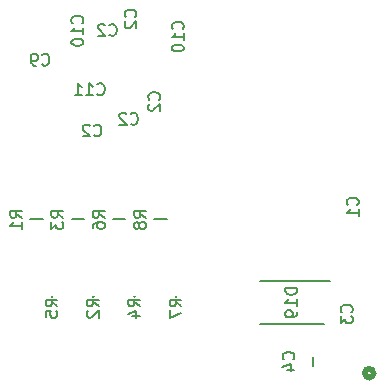
<source format=gbr>
%TF.GenerationSoftware,KiCad,Pcbnew,9.0.6*%
%TF.CreationDate,2025-12-07T19:24:30-08:00*%
%TF.ProjectId,redstone_repeater,72656473-746f-46e6-955f-726570656174,rev?*%
%TF.SameCoordinates,Original*%
%TF.FileFunction,Legend,Bot*%
%TF.FilePolarity,Positive*%
%FSLAX46Y46*%
G04 Gerber Fmt 4.6, Leading zero omitted, Abs format (unit mm)*
G04 Created by KiCad (PCBNEW 9.0.6) date 2025-12-07 19:24:30*
%MOMM*%
%LPD*%
G01*
G04 APERTURE LIST*
%ADD10C,0.150000*%
%ADD11C,0.508000*%
%ADD12C,0.200000*%
G04 APERTURE END LIST*
D10*
X174454819Y-58333333D02*
X173978628Y-58000000D01*
X174454819Y-57761905D02*
X173454819Y-57761905D01*
X173454819Y-57761905D02*
X173454819Y-58142857D01*
X173454819Y-58142857D02*
X173502438Y-58238095D01*
X173502438Y-58238095D02*
X173550057Y-58285714D01*
X173550057Y-58285714D02*
X173645295Y-58333333D01*
X173645295Y-58333333D02*
X173788152Y-58333333D01*
X173788152Y-58333333D02*
X173883390Y-58285714D01*
X173883390Y-58285714D02*
X173931009Y-58238095D01*
X173931009Y-58238095D02*
X173978628Y-58142857D01*
X173978628Y-58142857D02*
X173978628Y-57761905D01*
X173454819Y-59190476D02*
X173454819Y-59000000D01*
X173454819Y-59000000D02*
X173502438Y-58904762D01*
X173502438Y-58904762D02*
X173550057Y-58857143D01*
X173550057Y-58857143D02*
X173692914Y-58761905D01*
X173692914Y-58761905D02*
X173883390Y-58714286D01*
X173883390Y-58714286D02*
X174264342Y-58714286D01*
X174264342Y-58714286D02*
X174359580Y-58761905D01*
X174359580Y-58761905D02*
X174407200Y-58809524D01*
X174407200Y-58809524D02*
X174454819Y-58904762D01*
X174454819Y-58904762D02*
X174454819Y-59095238D01*
X174454819Y-59095238D02*
X174407200Y-59190476D01*
X174407200Y-59190476D02*
X174359580Y-59238095D01*
X174359580Y-59238095D02*
X174264342Y-59285714D01*
X174264342Y-59285714D02*
X174026247Y-59285714D01*
X174026247Y-59285714D02*
X173931009Y-59238095D01*
X173931009Y-59238095D02*
X173883390Y-59190476D01*
X173883390Y-59190476D02*
X173835771Y-59095238D01*
X173835771Y-59095238D02*
X173835771Y-58904762D01*
X173835771Y-58904762D02*
X173883390Y-58809524D01*
X173883390Y-58809524D02*
X173931009Y-58761905D01*
X173931009Y-58761905D02*
X174026247Y-58714286D01*
X173566666Y-51359580D02*
X173614285Y-51407200D01*
X173614285Y-51407200D02*
X173757142Y-51454819D01*
X173757142Y-51454819D02*
X173852380Y-51454819D01*
X173852380Y-51454819D02*
X173995237Y-51407200D01*
X173995237Y-51407200D02*
X174090475Y-51311961D01*
X174090475Y-51311961D02*
X174138094Y-51216723D01*
X174138094Y-51216723D02*
X174185713Y-51026247D01*
X174185713Y-51026247D02*
X174185713Y-50883390D01*
X174185713Y-50883390D02*
X174138094Y-50692914D01*
X174138094Y-50692914D02*
X174090475Y-50597676D01*
X174090475Y-50597676D02*
X173995237Y-50502438D01*
X173995237Y-50502438D02*
X173852380Y-50454819D01*
X173852380Y-50454819D02*
X173757142Y-50454819D01*
X173757142Y-50454819D02*
X173614285Y-50502438D01*
X173614285Y-50502438D02*
X173566666Y-50550057D01*
X173185713Y-50550057D02*
X173138094Y-50502438D01*
X173138094Y-50502438D02*
X173042856Y-50454819D01*
X173042856Y-50454819D02*
X172804761Y-50454819D01*
X172804761Y-50454819D02*
X172709523Y-50502438D01*
X172709523Y-50502438D02*
X172661904Y-50550057D01*
X172661904Y-50550057D02*
X172614285Y-50645295D01*
X172614285Y-50645295D02*
X172614285Y-50740533D01*
X172614285Y-50740533D02*
X172661904Y-50883390D01*
X172661904Y-50883390D02*
X173233332Y-51454819D01*
X173233332Y-51454819D02*
X172614285Y-51454819D01*
X174866666Y-42859580D02*
X174914285Y-42907200D01*
X174914285Y-42907200D02*
X175057142Y-42954819D01*
X175057142Y-42954819D02*
X175152380Y-42954819D01*
X175152380Y-42954819D02*
X175295237Y-42907200D01*
X175295237Y-42907200D02*
X175390475Y-42811961D01*
X175390475Y-42811961D02*
X175438094Y-42716723D01*
X175438094Y-42716723D02*
X175485713Y-42526247D01*
X175485713Y-42526247D02*
X175485713Y-42383390D01*
X175485713Y-42383390D02*
X175438094Y-42192914D01*
X175438094Y-42192914D02*
X175390475Y-42097676D01*
X175390475Y-42097676D02*
X175295237Y-42002438D01*
X175295237Y-42002438D02*
X175152380Y-41954819D01*
X175152380Y-41954819D02*
X175057142Y-41954819D01*
X175057142Y-41954819D02*
X174914285Y-42002438D01*
X174914285Y-42002438D02*
X174866666Y-42050057D01*
X174485713Y-42050057D02*
X174438094Y-42002438D01*
X174438094Y-42002438D02*
X174342856Y-41954819D01*
X174342856Y-41954819D02*
X174104761Y-41954819D01*
X174104761Y-41954819D02*
X174009523Y-42002438D01*
X174009523Y-42002438D02*
X173961904Y-42050057D01*
X173961904Y-42050057D02*
X173914285Y-42145295D01*
X173914285Y-42145295D02*
X173914285Y-42240533D01*
X173914285Y-42240533D02*
X173961904Y-42383390D01*
X173961904Y-42383390D02*
X174533332Y-42954819D01*
X174533332Y-42954819D02*
X173914285Y-42954819D01*
X195859580Y-57247196D02*
X195907200Y-57199577D01*
X195907200Y-57199577D02*
X195954819Y-57056720D01*
X195954819Y-57056720D02*
X195954819Y-56961482D01*
X195954819Y-56961482D02*
X195907200Y-56818625D01*
X195907200Y-56818625D02*
X195811961Y-56723387D01*
X195811961Y-56723387D02*
X195716723Y-56675768D01*
X195716723Y-56675768D02*
X195526247Y-56628149D01*
X195526247Y-56628149D02*
X195383390Y-56628149D01*
X195383390Y-56628149D02*
X195192914Y-56675768D01*
X195192914Y-56675768D02*
X195097676Y-56723387D01*
X195097676Y-56723387D02*
X195002438Y-56818625D01*
X195002438Y-56818625D02*
X194954819Y-56961482D01*
X194954819Y-56961482D02*
X194954819Y-57056720D01*
X194954819Y-57056720D02*
X195002438Y-57199577D01*
X195002438Y-57199577D02*
X195050057Y-57247196D01*
X195954819Y-58199577D02*
X195954819Y-57628149D01*
X195954819Y-57913863D02*
X194954819Y-57913863D01*
X194954819Y-57913863D02*
X195097676Y-57818625D01*
X195097676Y-57818625D02*
X195192914Y-57723387D01*
X195192914Y-57723387D02*
X195240533Y-57628149D01*
X179059580Y-48333333D02*
X179107200Y-48285714D01*
X179107200Y-48285714D02*
X179154819Y-48142857D01*
X179154819Y-48142857D02*
X179154819Y-48047619D01*
X179154819Y-48047619D02*
X179107200Y-47904762D01*
X179107200Y-47904762D02*
X179011961Y-47809524D01*
X179011961Y-47809524D02*
X178916723Y-47761905D01*
X178916723Y-47761905D02*
X178726247Y-47714286D01*
X178726247Y-47714286D02*
X178583390Y-47714286D01*
X178583390Y-47714286D02*
X178392914Y-47761905D01*
X178392914Y-47761905D02*
X178297676Y-47809524D01*
X178297676Y-47809524D02*
X178202438Y-47904762D01*
X178202438Y-47904762D02*
X178154819Y-48047619D01*
X178154819Y-48047619D02*
X178154819Y-48142857D01*
X178154819Y-48142857D02*
X178202438Y-48285714D01*
X178202438Y-48285714D02*
X178250057Y-48333333D01*
X178250057Y-48714286D02*
X178202438Y-48761905D01*
X178202438Y-48761905D02*
X178154819Y-48857143D01*
X178154819Y-48857143D02*
X178154819Y-49095238D01*
X178154819Y-49095238D02*
X178202438Y-49190476D01*
X178202438Y-49190476D02*
X178250057Y-49238095D01*
X178250057Y-49238095D02*
X178345295Y-49285714D01*
X178345295Y-49285714D02*
X178440533Y-49285714D01*
X178440533Y-49285714D02*
X178583390Y-49238095D01*
X178583390Y-49238095D02*
X179154819Y-48666667D01*
X179154819Y-48666667D02*
X179154819Y-49285714D01*
X169166666Y-45359580D02*
X169214285Y-45407200D01*
X169214285Y-45407200D02*
X169357142Y-45454819D01*
X169357142Y-45454819D02*
X169452380Y-45454819D01*
X169452380Y-45454819D02*
X169595237Y-45407200D01*
X169595237Y-45407200D02*
X169690475Y-45311961D01*
X169690475Y-45311961D02*
X169738094Y-45216723D01*
X169738094Y-45216723D02*
X169785713Y-45026247D01*
X169785713Y-45026247D02*
X169785713Y-44883390D01*
X169785713Y-44883390D02*
X169738094Y-44692914D01*
X169738094Y-44692914D02*
X169690475Y-44597676D01*
X169690475Y-44597676D02*
X169595237Y-44502438D01*
X169595237Y-44502438D02*
X169452380Y-44454819D01*
X169452380Y-44454819D02*
X169357142Y-44454819D01*
X169357142Y-44454819D02*
X169214285Y-44502438D01*
X169214285Y-44502438D02*
X169166666Y-44550057D01*
X168690475Y-45454819D02*
X168499999Y-45454819D01*
X168499999Y-45454819D02*
X168404761Y-45407200D01*
X168404761Y-45407200D02*
X168357142Y-45359580D01*
X168357142Y-45359580D02*
X168261904Y-45216723D01*
X168261904Y-45216723D02*
X168214285Y-45026247D01*
X168214285Y-45026247D02*
X168214285Y-44645295D01*
X168214285Y-44645295D02*
X168261904Y-44550057D01*
X168261904Y-44550057D02*
X168309523Y-44502438D01*
X168309523Y-44502438D02*
X168404761Y-44454819D01*
X168404761Y-44454819D02*
X168595237Y-44454819D01*
X168595237Y-44454819D02*
X168690475Y-44502438D01*
X168690475Y-44502438D02*
X168738094Y-44550057D01*
X168738094Y-44550057D02*
X168785713Y-44645295D01*
X168785713Y-44645295D02*
X168785713Y-44883390D01*
X168785713Y-44883390D02*
X168738094Y-44978628D01*
X168738094Y-44978628D02*
X168690475Y-45026247D01*
X168690475Y-45026247D02*
X168595237Y-45073866D01*
X168595237Y-45073866D02*
X168404761Y-45073866D01*
X168404761Y-45073866D02*
X168309523Y-45026247D01*
X168309523Y-45026247D02*
X168261904Y-44978628D01*
X168261904Y-44978628D02*
X168214285Y-44883390D01*
X167454819Y-58333333D02*
X166978628Y-58000000D01*
X167454819Y-57761905D02*
X166454819Y-57761905D01*
X166454819Y-57761905D02*
X166454819Y-58142857D01*
X166454819Y-58142857D02*
X166502438Y-58238095D01*
X166502438Y-58238095D02*
X166550057Y-58285714D01*
X166550057Y-58285714D02*
X166645295Y-58333333D01*
X166645295Y-58333333D02*
X166788152Y-58333333D01*
X166788152Y-58333333D02*
X166883390Y-58285714D01*
X166883390Y-58285714D02*
X166931009Y-58238095D01*
X166931009Y-58238095D02*
X166978628Y-58142857D01*
X166978628Y-58142857D02*
X166978628Y-57761905D01*
X167454819Y-59285714D02*
X167454819Y-58714286D01*
X167454819Y-59000000D02*
X166454819Y-59000000D01*
X166454819Y-59000000D02*
X166597676Y-58904762D01*
X166597676Y-58904762D02*
X166692914Y-58809524D01*
X166692914Y-58809524D02*
X166740533Y-58714286D01*
X195359580Y-66333333D02*
X195407200Y-66285714D01*
X195407200Y-66285714D02*
X195454819Y-66142857D01*
X195454819Y-66142857D02*
X195454819Y-66047619D01*
X195454819Y-66047619D02*
X195407200Y-65904762D01*
X195407200Y-65904762D02*
X195311961Y-65809524D01*
X195311961Y-65809524D02*
X195216723Y-65761905D01*
X195216723Y-65761905D02*
X195026247Y-65714286D01*
X195026247Y-65714286D02*
X194883390Y-65714286D01*
X194883390Y-65714286D02*
X194692914Y-65761905D01*
X194692914Y-65761905D02*
X194597676Y-65809524D01*
X194597676Y-65809524D02*
X194502438Y-65904762D01*
X194502438Y-65904762D02*
X194454819Y-66047619D01*
X194454819Y-66047619D02*
X194454819Y-66142857D01*
X194454819Y-66142857D02*
X194502438Y-66285714D01*
X194502438Y-66285714D02*
X194550057Y-66333333D01*
X194454819Y-66666667D02*
X194454819Y-67285714D01*
X194454819Y-67285714D02*
X194835771Y-66952381D01*
X194835771Y-66952381D02*
X194835771Y-67095238D01*
X194835771Y-67095238D02*
X194883390Y-67190476D01*
X194883390Y-67190476D02*
X194931009Y-67238095D01*
X194931009Y-67238095D02*
X195026247Y-67285714D01*
X195026247Y-67285714D02*
X195264342Y-67285714D01*
X195264342Y-67285714D02*
X195359580Y-67238095D01*
X195359580Y-67238095D02*
X195407200Y-67190476D01*
X195407200Y-67190476D02*
X195454819Y-67095238D01*
X195454819Y-67095238D02*
X195454819Y-66809524D01*
X195454819Y-66809524D02*
X195407200Y-66714286D01*
X195407200Y-66714286D02*
X195359580Y-66666667D01*
X177454819Y-65833333D02*
X176978628Y-65500000D01*
X177454819Y-65261905D02*
X176454819Y-65261905D01*
X176454819Y-65261905D02*
X176454819Y-65642857D01*
X176454819Y-65642857D02*
X176502438Y-65738095D01*
X176502438Y-65738095D02*
X176550057Y-65785714D01*
X176550057Y-65785714D02*
X176645295Y-65833333D01*
X176645295Y-65833333D02*
X176788152Y-65833333D01*
X176788152Y-65833333D02*
X176883390Y-65785714D01*
X176883390Y-65785714D02*
X176931009Y-65738095D01*
X176931009Y-65738095D02*
X176978628Y-65642857D01*
X176978628Y-65642857D02*
X176978628Y-65261905D01*
X176788152Y-66690476D02*
X177454819Y-66690476D01*
X176407200Y-66452381D02*
X177121485Y-66214286D01*
X177121485Y-66214286D02*
X177121485Y-66833333D01*
X190754819Y-64285714D02*
X189754819Y-64285714D01*
X189754819Y-64285714D02*
X189754819Y-64523809D01*
X189754819Y-64523809D02*
X189802438Y-64666666D01*
X189802438Y-64666666D02*
X189897676Y-64761904D01*
X189897676Y-64761904D02*
X189992914Y-64809523D01*
X189992914Y-64809523D02*
X190183390Y-64857142D01*
X190183390Y-64857142D02*
X190326247Y-64857142D01*
X190326247Y-64857142D02*
X190516723Y-64809523D01*
X190516723Y-64809523D02*
X190611961Y-64761904D01*
X190611961Y-64761904D02*
X190707200Y-64666666D01*
X190707200Y-64666666D02*
X190754819Y-64523809D01*
X190754819Y-64523809D02*
X190754819Y-64285714D01*
X190754819Y-65809523D02*
X190754819Y-65238095D01*
X190754819Y-65523809D02*
X189754819Y-65523809D01*
X189754819Y-65523809D02*
X189897676Y-65428571D01*
X189897676Y-65428571D02*
X189992914Y-65333333D01*
X189992914Y-65333333D02*
X190040533Y-65238095D01*
X190754819Y-66285714D02*
X190754819Y-66476190D01*
X190754819Y-66476190D02*
X190707200Y-66571428D01*
X190707200Y-66571428D02*
X190659580Y-66619047D01*
X190659580Y-66619047D02*
X190516723Y-66714285D01*
X190516723Y-66714285D02*
X190326247Y-66761904D01*
X190326247Y-66761904D02*
X189945295Y-66761904D01*
X189945295Y-66761904D02*
X189850057Y-66714285D01*
X189850057Y-66714285D02*
X189802438Y-66666666D01*
X189802438Y-66666666D02*
X189754819Y-66571428D01*
X189754819Y-66571428D02*
X189754819Y-66380952D01*
X189754819Y-66380952D02*
X189802438Y-66285714D01*
X189802438Y-66285714D02*
X189850057Y-66238095D01*
X189850057Y-66238095D02*
X189945295Y-66190476D01*
X189945295Y-66190476D02*
X190183390Y-66190476D01*
X190183390Y-66190476D02*
X190278628Y-66238095D01*
X190278628Y-66238095D02*
X190326247Y-66285714D01*
X190326247Y-66285714D02*
X190373866Y-66380952D01*
X190373866Y-66380952D02*
X190373866Y-66571428D01*
X190373866Y-66571428D02*
X190326247Y-66666666D01*
X190326247Y-66666666D02*
X190278628Y-66714285D01*
X190278628Y-66714285D02*
X190183390Y-66761904D01*
X176666666Y-50359580D02*
X176714285Y-50407200D01*
X176714285Y-50407200D02*
X176857142Y-50454819D01*
X176857142Y-50454819D02*
X176952380Y-50454819D01*
X176952380Y-50454819D02*
X177095237Y-50407200D01*
X177095237Y-50407200D02*
X177190475Y-50311961D01*
X177190475Y-50311961D02*
X177238094Y-50216723D01*
X177238094Y-50216723D02*
X177285713Y-50026247D01*
X177285713Y-50026247D02*
X177285713Y-49883390D01*
X177285713Y-49883390D02*
X177238094Y-49692914D01*
X177238094Y-49692914D02*
X177190475Y-49597676D01*
X177190475Y-49597676D02*
X177095237Y-49502438D01*
X177095237Y-49502438D02*
X176952380Y-49454819D01*
X176952380Y-49454819D02*
X176857142Y-49454819D01*
X176857142Y-49454819D02*
X176714285Y-49502438D01*
X176714285Y-49502438D02*
X176666666Y-49550057D01*
X176285713Y-49550057D02*
X176238094Y-49502438D01*
X176238094Y-49502438D02*
X176142856Y-49454819D01*
X176142856Y-49454819D02*
X175904761Y-49454819D01*
X175904761Y-49454819D02*
X175809523Y-49502438D01*
X175809523Y-49502438D02*
X175761904Y-49550057D01*
X175761904Y-49550057D02*
X175714285Y-49645295D01*
X175714285Y-49645295D02*
X175714285Y-49740533D01*
X175714285Y-49740533D02*
X175761904Y-49883390D01*
X175761904Y-49883390D02*
X176333332Y-50454819D01*
X176333332Y-50454819D02*
X175714285Y-50454819D01*
X172559580Y-41857142D02*
X172607200Y-41809523D01*
X172607200Y-41809523D02*
X172654819Y-41666666D01*
X172654819Y-41666666D02*
X172654819Y-41571428D01*
X172654819Y-41571428D02*
X172607200Y-41428571D01*
X172607200Y-41428571D02*
X172511961Y-41333333D01*
X172511961Y-41333333D02*
X172416723Y-41285714D01*
X172416723Y-41285714D02*
X172226247Y-41238095D01*
X172226247Y-41238095D02*
X172083390Y-41238095D01*
X172083390Y-41238095D02*
X171892914Y-41285714D01*
X171892914Y-41285714D02*
X171797676Y-41333333D01*
X171797676Y-41333333D02*
X171702438Y-41428571D01*
X171702438Y-41428571D02*
X171654819Y-41571428D01*
X171654819Y-41571428D02*
X171654819Y-41666666D01*
X171654819Y-41666666D02*
X171702438Y-41809523D01*
X171702438Y-41809523D02*
X171750057Y-41857142D01*
X172654819Y-42809523D02*
X172654819Y-42238095D01*
X172654819Y-42523809D02*
X171654819Y-42523809D01*
X171654819Y-42523809D02*
X171797676Y-42428571D01*
X171797676Y-42428571D02*
X171892914Y-42333333D01*
X171892914Y-42333333D02*
X171940533Y-42238095D01*
X171654819Y-43428571D02*
X171654819Y-43523809D01*
X171654819Y-43523809D02*
X171702438Y-43619047D01*
X171702438Y-43619047D02*
X171750057Y-43666666D01*
X171750057Y-43666666D02*
X171845295Y-43714285D01*
X171845295Y-43714285D02*
X172035771Y-43761904D01*
X172035771Y-43761904D02*
X172273866Y-43761904D01*
X172273866Y-43761904D02*
X172464342Y-43714285D01*
X172464342Y-43714285D02*
X172559580Y-43666666D01*
X172559580Y-43666666D02*
X172607200Y-43619047D01*
X172607200Y-43619047D02*
X172654819Y-43523809D01*
X172654819Y-43523809D02*
X172654819Y-43428571D01*
X172654819Y-43428571D02*
X172607200Y-43333333D01*
X172607200Y-43333333D02*
X172559580Y-43285714D01*
X172559580Y-43285714D02*
X172464342Y-43238095D01*
X172464342Y-43238095D02*
X172273866Y-43190476D01*
X172273866Y-43190476D02*
X172035771Y-43190476D01*
X172035771Y-43190476D02*
X171845295Y-43238095D01*
X171845295Y-43238095D02*
X171750057Y-43285714D01*
X171750057Y-43285714D02*
X171702438Y-43333333D01*
X171702438Y-43333333D02*
X171654819Y-43428571D01*
X180954819Y-65833333D02*
X180478628Y-65500000D01*
X180954819Y-65261905D02*
X179954819Y-65261905D01*
X179954819Y-65261905D02*
X179954819Y-65642857D01*
X179954819Y-65642857D02*
X180002438Y-65738095D01*
X180002438Y-65738095D02*
X180050057Y-65785714D01*
X180050057Y-65785714D02*
X180145295Y-65833333D01*
X180145295Y-65833333D02*
X180288152Y-65833333D01*
X180288152Y-65833333D02*
X180383390Y-65785714D01*
X180383390Y-65785714D02*
X180431009Y-65738095D01*
X180431009Y-65738095D02*
X180478628Y-65642857D01*
X180478628Y-65642857D02*
X180478628Y-65261905D01*
X179954819Y-66166667D02*
X179954819Y-66833333D01*
X179954819Y-66833333D02*
X180954819Y-66404762D01*
X181059580Y-42357142D02*
X181107200Y-42309523D01*
X181107200Y-42309523D02*
X181154819Y-42166666D01*
X181154819Y-42166666D02*
X181154819Y-42071428D01*
X181154819Y-42071428D02*
X181107200Y-41928571D01*
X181107200Y-41928571D02*
X181011961Y-41833333D01*
X181011961Y-41833333D02*
X180916723Y-41785714D01*
X180916723Y-41785714D02*
X180726247Y-41738095D01*
X180726247Y-41738095D02*
X180583390Y-41738095D01*
X180583390Y-41738095D02*
X180392914Y-41785714D01*
X180392914Y-41785714D02*
X180297676Y-41833333D01*
X180297676Y-41833333D02*
X180202438Y-41928571D01*
X180202438Y-41928571D02*
X180154819Y-42071428D01*
X180154819Y-42071428D02*
X180154819Y-42166666D01*
X180154819Y-42166666D02*
X180202438Y-42309523D01*
X180202438Y-42309523D02*
X180250057Y-42357142D01*
X181154819Y-43309523D02*
X181154819Y-42738095D01*
X181154819Y-43023809D02*
X180154819Y-43023809D01*
X180154819Y-43023809D02*
X180297676Y-42928571D01*
X180297676Y-42928571D02*
X180392914Y-42833333D01*
X180392914Y-42833333D02*
X180440533Y-42738095D01*
X180154819Y-43928571D02*
X180154819Y-44023809D01*
X180154819Y-44023809D02*
X180202438Y-44119047D01*
X180202438Y-44119047D02*
X180250057Y-44166666D01*
X180250057Y-44166666D02*
X180345295Y-44214285D01*
X180345295Y-44214285D02*
X180535771Y-44261904D01*
X180535771Y-44261904D02*
X180773866Y-44261904D01*
X180773866Y-44261904D02*
X180964342Y-44214285D01*
X180964342Y-44214285D02*
X181059580Y-44166666D01*
X181059580Y-44166666D02*
X181107200Y-44119047D01*
X181107200Y-44119047D02*
X181154819Y-44023809D01*
X181154819Y-44023809D02*
X181154819Y-43928571D01*
X181154819Y-43928571D02*
X181107200Y-43833333D01*
X181107200Y-43833333D02*
X181059580Y-43785714D01*
X181059580Y-43785714D02*
X180964342Y-43738095D01*
X180964342Y-43738095D02*
X180773866Y-43690476D01*
X180773866Y-43690476D02*
X180535771Y-43690476D01*
X180535771Y-43690476D02*
X180345295Y-43738095D01*
X180345295Y-43738095D02*
X180250057Y-43785714D01*
X180250057Y-43785714D02*
X180202438Y-43833333D01*
X180202438Y-43833333D02*
X180154819Y-43928571D01*
X177059580Y-41333333D02*
X177107200Y-41285714D01*
X177107200Y-41285714D02*
X177154819Y-41142857D01*
X177154819Y-41142857D02*
X177154819Y-41047619D01*
X177154819Y-41047619D02*
X177107200Y-40904762D01*
X177107200Y-40904762D02*
X177011961Y-40809524D01*
X177011961Y-40809524D02*
X176916723Y-40761905D01*
X176916723Y-40761905D02*
X176726247Y-40714286D01*
X176726247Y-40714286D02*
X176583390Y-40714286D01*
X176583390Y-40714286D02*
X176392914Y-40761905D01*
X176392914Y-40761905D02*
X176297676Y-40809524D01*
X176297676Y-40809524D02*
X176202438Y-40904762D01*
X176202438Y-40904762D02*
X176154819Y-41047619D01*
X176154819Y-41047619D02*
X176154819Y-41142857D01*
X176154819Y-41142857D02*
X176202438Y-41285714D01*
X176202438Y-41285714D02*
X176250057Y-41333333D01*
X176250057Y-41714286D02*
X176202438Y-41761905D01*
X176202438Y-41761905D02*
X176154819Y-41857143D01*
X176154819Y-41857143D02*
X176154819Y-42095238D01*
X176154819Y-42095238D02*
X176202438Y-42190476D01*
X176202438Y-42190476D02*
X176250057Y-42238095D01*
X176250057Y-42238095D02*
X176345295Y-42285714D01*
X176345295Y-42285714D02*
X176440533Y-42285714D01*
X176440533Y-42285714D02*
X176583390Y-42238095D01*
X176583390Y-42238095D02*
X177154819Y-41666667D01*
X177154819Y-41666667D02*
X177154819Y-42285714D01*
X177954819Y-58333333D02*
X177478628Y-58000000D01*
X177954819Y-57761905D02*
X176954819Y-57761905D01*
X176954819Y-57761905D02*
X176954819Y-58142857D01*
X176954819Y-58142857D02*
X177002438Y-58238095D01*
X177002438Y-58238095D02*
X177050057Y-58285714D01*
X177050057Y-58285714D02*
X177145295Y-58333333D01*
X177145295Y-58333333D02*
X177288152Y-58333333D01*
X177288152Y-58333333D02*
X177383390Y-58285714D01*
X177383390Y-58285714D02*
X177431009Y-58238095D01*
X177431009Y-58238095D02*
X177478628Y-58142857D01*
X177478628Y-58142857D02*
X177478628Y-57761905D01*
X177383390Y-58904762D02*
X177335771Y-58809524D01*
X177335771Y-58809524D02*
X177288152Y-58761905D01*
X177288152Y-58761905D02*
X177192914Y-58714286D01*
X177192914Y-58714286D02*
X177145295Y-58714286D01*
X177145295Y-58714286D02*
X177050057Y-58761905D01*
X177050057Y-58761905D02*
X177002438Y-58809524D01*
X177002438Y-58809524D02*
X176954819Y-58904762D01*
X176954819Y-58904762D02*
X176954819Y-59095238D01*
X176954819Y-59095238D02*
X177002438Y-59190476D01*
X177002438Y-59190476D02*
X177050057Y-59238095D01*
X177050057Y-59238095D02*
X177145295Y-59285714D01*
X177145295Y-59285714D02*
X177192914Y-59285714D01*
X177192914Y-59285714D02*
X177288152Y-59238095D01*
X177288152Y-59238095D02*
X177335771Y-59190476D01*
X177335771Y-59190476D02*
X177383390Y-59095238D01*
X177383390Y-59095238D02*
X177383390Y-58904762D01*
X177383390Y-58904762D02*
X177431009Y-58809524D01*
X177431009Y-58809524D02*
X177478628Y-58761905D01*
X177478628Y-58761905D02*
X177573866Y-58714286D01*
X177573866Y-58714286D02*
X177764342Y-58714286D01*
X177764342Y-58714286D02*
X177859580Y-58761905D01*
X177859580Y-58761905D02*
X177907200Y-58809524D01*
X177907200Y-58809524D02*
X177954819Y-58904762D01*
X177954819Y-58904762D02*
X177954819Y-59095238D01*
X177954819Y-59095238D02*
X177907200Y-59190476D01*
X177907200Y-59190476D02*
X177859580Y-59238095D01*
X177859580Y-59238095D02*
X177764342Y-59285714D01*
X177764342Y-59285714D02*
X177573866Y-59285714D01*
X177573866Y-59285714D02*
X177478628Y-59238095D01*
X177478628Y-59238095D02*
X177431009Y-59190476D01*
X177431009Y-59190476D02*
X177383390Y-59095238D01*
X190439580Y-70333333D02*
X190487200Y-70285714D01*
X190487200Y-70285714D02*
X190534819Y-70142857D01*
X190534819Y-70142857D02*
X190534819Y-70047619D01*
X190534819Y-70047619D02*
X190487200Y-69904762D01*
X190487200Y-69904762D02*
X190391961Y-69809524D01*
X190391961Y-69809524D02*
X190296723Y-69761905D01*
X190296723Y-69761905D02*
X190106247Y-69714286D01*
X190106247Y-69714286D02*
X189963390Y-69714286D01*
X189963390Y-69714286D02*
X189772914Y-69761905D01*
X189772914Y-69761905D02*
X189677676Y-69809524D01*
X189677676Y-69809524D02*
X189582438Y-69904762D01*
X189582438Y-69904762D02*
X189534819Y-70047619D01*
X189534819Y-70047619D02*
X189534819Y-70142857D01*
X189534819Y-70142857D02*
X189582438Y-70285714D01*
X189582438Y-70285714D02*
X189630057Y-70333333D01*
X189868152Y-71190476D02*
X190534819Y-71190476D01*
X189487200Y-70952381D02*
X190201485Y-70714286D01*
X190201485Y-70714286D02*
X190201485Y-71333333D01*
X173954819Y-65833333D02*
X173478628Y-65500000D01*
X173954819Y-65261905D02*
X172954819Y-65261905D01*
X172954819Y-65261905D02*
X172954819Y-65642857D01*
X172954819Y-65642857D02*
X173002438Y-65738095D01*
X173002438Y-65738095D02*
X173050057Y-65785714D01*
X173050057Y-65785714D02*
X173145295Y-65833333D01*
X173145295Y-65833333D02*
X173288152Y-65833333D01*
X173288152Y-65833333D02*
X173383390Y-65785714D01*
X173383390Y-65785714D02*
X173431009Y-65738095D01*
X173431009Y-65738095D02*
X173478628Y-65642857D01*
X173478628Y-65642857D02*
X173478628Y-65261905D01*
X173050057Y-66214286D02*
X173002438Y-66261905D01*
X173002438Y-66261905D02*
X172954819Y-66357143D01*
X172954819Y-66357143D02*
X172954819Y-66595238D01*
X172954819Y-66595238D02*
X173002438Y-66690476D01*
X173002438Y-66690476D02*
X173050057Y-66738095D01*
X173050057Y-66738095D02*
X173145295Y-66785714D01*
X173145295Y-66785714D02*
X173240533Y-66785714D01*
X173240533Y-66785714D02*
X173383390Y-66738095D01*
X173383390Y-66738095D02*
X173954819Y-66166667D01*
X173954819Y-66166667D02*
X173954819Y-66785714D01*
X173842857Y-47859580D02*
X173890476Y-47907200D01*
X173890476Y-47907200D02*
X174033333Y-47954819D01*
X174033333Y-47954819D02*
X174128571Y-47954819D01*
X174128571Y-47954819D02*
X174271428Y-47907200D01*
X174271428Y-47907200D02*
X174366666Y-47811961D01*
X174366666Y-47811961D02*
X174414285Y-47716723D01*
X174414285Y-47716723D02*
X174461904Y-47526247D01*
X174461904Y-47526247D02*
X174461904Y-47383390D01*
X174461904Y-47383390D02*
X174414285Y-47192914D01*
X174414285Y-47192914D02*
X174366666Y-47097676D01*
X174366666Y-47097676D02*
X174271428Y-47002438D01*
X174271428Y-47002438D02*
X174128571Y-46954819D01*
X174128571Y-46954819D02*
X174033333Y-46954819D01*
X174033333Y-46954819D02*
X173890476Y-47002438D01*
X173890476Y-47002438D02*
X173842857Y-47050057D01*
X172890476Y-47954819D02*
X173461904Y-47954819D01*
X173176190Y-47954819D02*
X173176190Y-46954819D01*
X173176190Y-46954819D02*
X173271428Y-47097676D01*
X173271428Y-47097676D02*
X173366666Y-47192914D01*
X173366666Y-47192914D02*
X173461904Y-47240533D01*
X171938095Y-47954819D02*
X172509523Y-47954819D01*
X172223809Y-47954819D02*
X172223809Y-46954819D01*
X172223809Y-46954819D02*
X172319047Y-47097676D01*
X172319047Y-47097676D02*
X172414285Y-47192914D01*
X172414285Y-47192914D02*
X172509523Y-47240533D01*
X170454819Y-65833333D02*
X169978628Y-65500000D01*
X170454819Y-65261905D02*
X169454819Y-65261905D01*
X169454819Y-65261905D02*
X169454819Y-65642857D01*
X169454819Y-65642857D02*
X169502438Y-65738095D01*
X169502438Y-65738095D02*
X169550057Y-65785714D01*
X169550057Y-65785714D02*
X169645295Y-65833333D01*
X169645295Y-65833333D02*
X169788152Y-65833333D01*
X169788152Y-65833333D02*
X169883390Y-65785714D01*
X169883390Y-65785714D02*
X169931009Y-65738095D01*
X169931009Y-65738095D02*
X169978628Y-65642857D01*
X169978628Y-65642857D02*
X169978628Y-65261905D01*
X169454819Y-66738095D02*
X169454819Y-66261905D01*
X169454819Y-66261905D02*
X169931009Y-66214286D01*
X169931009Y-66214286D02*
X169883390Y-66261905D01*
X169883390Y-66261905D02*
X169835771Y-66357143D01*
X169835771Y-66357143D02*
X169835771Y-66595238D01*
X169835771Y-66595238D02*
X169883390Y-66690476D01*
X169883390Y-66690476D02*
X169931009Y-66738095D01*
X169931009Y-66738095D02*
X170026247Y-66785714D01*
X170026247Y-66785714D02*
X170264342Y-66785714D01*
X170264342Y-66785714D02*
X170359580Y-66738095D01*
X170359580Y-66738095D02*
X170407200Y-66690476D01*
X170407200Y-66690476D02*
X170454819Y-66595238D01*
X170454819Y-66595238D02*
X170454819Y-66357143D01*
X170454819Y-66357143D02*
X170407200Y-66261905D01*
X170407200Y-66261905D02*
X170359580Y-66214286D01*
X170954819Y-58333333D02*
X170478628Y-58000000D01*
X170954819Y-57761905D02*
X169954819Y-57761905D01*
X169954819Y-57761905D02*
X169954819Y-58142857D01*
X169954819Y-58142857D02*
X170002438Y-58238095D01*
X170002438Y-58238095D02*
X170050057Y-58285714D01*
X170050057Y-58285714D02*
X170145295Y-58333333D01*
X170145295Y-58333333D02*
X170288152Y-58333333D01*
X170288152Y-58333333D02*
X170383390Y-58285714D01*
X170383390Y-58285714D02*
X170431009Y-58238095D01*
X170431009Y-58238095D02*
X170478628Y-58142857D01*
X170478628Y-58142857D02*
X170478628Y-57761905D01*
X169954819Y-58666667D02*
X169954819Y-59285714D01*
X169954819Y-59285714D02*
X170335771Y-58952381D01*
X170335771Y-58952381D02*
X170335771Y-59095238D01*
X170335771Y-59095238D02*
X170383390Y-59190476D01*
X170383390Y-59190476D02*
X170431009Y-59238095D01*
X170431009Y-59238095D02*
X170526247Y-59285714D01*
X170526247Y-59285714D02*
X170764342Y-59285714D01*
X170764342Y-59285714D02*
X170859580Y-59238095D01*
X170859580Y-59238095D02*
X170907200Y-59190476D01*
X170907200Y-59190476D02*
X170954819Y-59095238D01*
X170954819Y-59095238D02*
X170954819Y-58809524D01*
X170954819Y-58809524D02*
X170907200Y-58714286D01*
X170907200Y-58714286D02*
X170859580Y-58666667D01*
D11*
%TO.C,U2*%
X197240900Y-71500000D02*
G75*
G02*
X196478900Y-71500000I-381000J0D01*
G01*
X196478900Y-71500000D02*
G75*
G02*
X197240900Y-71500000I381000J0D01*
G01*
D12*
%TO.C,R6*%
X175175000Y-58450000D02*
X176225000Y-58450000D01*
%TO.C,R1*%
X168175000Y-58450000D02*
X169225000Y-58450000D01*
%TO.C,R4*%
X177050000Y-65025000D02*
G75*
G02*
X176950000Y-65025000I-50000J0D01*
G01*
X176950000Y-65025000D02*
G75*
G02*
X177050000Y-65025000I50000J0D01*
G01*
%TO.C,D19*%
X187600000Y-63690000D02*
X193575000Y-63690000D01*
X193000000Y-67310000D02*
X187600000Y-67310000D01*
%TO.C,R7*%
X180550000Y-65025000D02*
G75*
G02*
X180450000Y-65025000I-50000J0D01*
G01*
X180450000Y-65025000D02*
G75*
G02*
X180550000Y-65025000I50000J0D01*
G01*
%TO.C,R8*%
X178675000Y-58450000D02*
X179725000Y-58450000D01*
%TO.C,C4*%
X192080000Y-70100000D02*
X192080000Y-70900000D01*
%TO.C,R2*%
X173550000Y-65025000D02*
G75*
G02*
X173450000Y-65025000I-50000J0D01*
G01*
X173450000Y-65025000D02*
G75*
G02*
X173550000Y-65025000I50000J0D01*
G01*
%TO.C,R5*%
X170050000Y-65025000D02*
G75*
G02*
X169950000Y-65025000I-50000J0D01*
G01*
X169950000Y-65025000D02*
G75*
G02*
X170050000Y-65025000I50000J0D01*
G01*
%TO.C,R3*%
X171675000Y-58450000D02*
X172725000Y-58450000D01*
%TD*%
M02*

</source>
